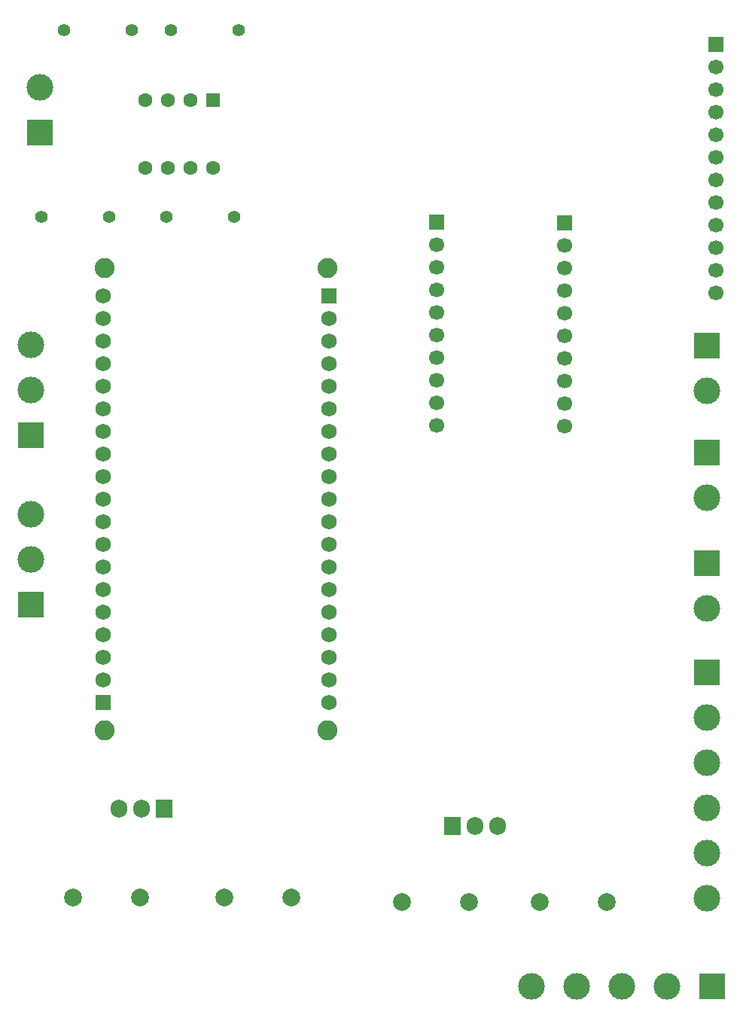
<source format=gbr>
%TF.GenerationSoftware,KiCad,Pcbnew,9.0.3*%
%TF.CreationDate,2025-08-08T14:41:56-05:00*%
%TF.ProjectId,baquelita,62617175-656c-4697-9461-2e6b69636164,rev?*%
%TF.SameCoordinates,Original*%
%TF.FileFunction,Soldermask,Bot*%
%TF.FilePolarity,Negative*%
%FSLAX46Y46*%
G04 Gerber Fmt 4.6, Leading zero omitted, Abs format (unit mm)*
G04 Created by KiCad (PCBNEW 9.0.3) date 2025-08-08 14:41:56*
%MOMM*%
%LPD*%
G01*
G04 APERTURE LIST*
G04 Aperture macros list*
%AMRoundRect*
0 Rectangle with rounded corners*
0 $1 Rounding radius*
0 $2 $3 $4 $5 $6 $7 $8 $9 X,Y pos of 4 corners*
0 Add a 4 corners polygon primitive as box body*
4,1,4,$2,$3,$4,$5,$6,$7,$8,$9,$2,$3,0*
0 Add four circle primitives for the rounded corners*
1,1,$1+$1,$2,$3*
1,1,$1+$1,$4,$5*
1,1,$1+$1,$6,$7*
1,1,$1+$1,$8,$9*
0 Add four rect primitives between the rounded corners*
20,1,$1+$1,$2,$3,$4,$5,0*
20,1,$1+$1,$4,$5,$6,$7,0*
20,1,$1+$1,$6,$7,$8,$9,0*
20,1,$1+$1,$8,$9,$2,$3,0*%
G04 Aperture macros list end*
%ADD10C,3.000000*%
%ADD11R,3.000000X3.000000*%
%ADD12C,1.700000*%
%ADD13R,1.700000X1.700000*%
%ADD14O,1.905000X2.000000*%
%ADD15R,1.905000X2.000000*%
%ADD16C,2.000000*%
%ADD17C,1.400000*%
%ADD18RoundRect,0.250000X-0.550000X0.550000X-0.550000X-0.550000X0.550000X-0.550000X0.550000X0.550000X0*%
%ADD19C,1.600000*%
%ADD20C,2.250000*%
%ADD21RoundRect,0.102000X-0.765000X-0.765000X0.765000X-0.765000X0.765000X0.765000X-0.765000X0.765000X0*%
%ADD22C,1.734000*%
G04 APERTURE END LIST*
D10*
%TO.C,J10*%
X93260000Y-152000000D03*
X98340000Y-152000000D03*
X103420000Y-152000000D03*
X108500000Y-152000000D03*
D11*
X113580000Y-152000000D03*
%TD*%
D12*
%TO.C,J2*%
X82650000Y-88960000D03*
X82650000Y-86420000D03*
X82650000Y-83880000D03*
X82650000Y-81340000D03*
X82650000Y-78800000D03*
X82650000Y-76260000D03*
X82650000Y-73720000D03*
X82650000Y-71180000D03*
X82650000Y-68640000D03*
D13*
X82650000Y-66100000D03*
%TD*%
D12*
%TO.C,J3*%
X97000000Y-89000000D03*
X97000000Y-86460000D03*
X97000000Y-83920000D03*
X97000000Y-81380000D03*
X97000000Y-78840000D03*
X97000000Y-76300000D03*
X97000000Y-73760000D03*
X97000000Y-71220000D03*
X97000000Y-68680000D03*
D13*
X97000000Y-66140000D03*
%TD*%
D12*
%TO.C,J7*%
X114000000Y-74040000D03*
X114000000Y-71500000D03*
X114000000Y-68960000D03*
X114000000Y-66420000D03*
X114000000Y-63880000D03*
X114000000Y-61340000D03*
X114000000Y-58800000D03*
X114000000Y-56260000D03*
X114000000Y-53720000D03*
X114000000Y-51180000D03*
X114000000Y-48640000D03*
D13*
X114000000Y-46100000D03*
%TD*%
D10*
%TO.C,J11*%
X113000000Y-142080000D03*
X113000000Y-137000000D03*
X113000000Y-131920000D03*
X113000000Y-126840000D03*
X113000000Y-121760000D03*
D11*
X113000000Y-116680000D03*
%TD*%
D14*
%TO.C,U2*%
X89500000Y-134000000D03*
X86960000Y-134000000D03*
D15*
X84420000Y-134000000D03*
%TD*%
%TO.C,U3*%
X52000000Y-132000000D03*
D14*
X49460000Y-132000000D03*
X46920000Y-132000000D03*
%TD*%
D16*
%TO.C,C3*%
X49250000Y-142000000D03*
X41750000Y-142000000D03*
%TD*%
D17*
%TO.C,R3*%
X59810000Y-65500000D03*
X52190000Y-65500000D03*
%TD*%
D16*
%TO.C,C2*%
X101750000Y-142500000D03*
X94250000Y-142500000D03*
%TD*%
D11*
%TO.C,J6*%
X37000000Y-90000000D03*
D10*
X37000000Y-84920000D03*
X37000000Y-79840000D03*
%TD*%
D11*
%TO.C,J1*%
X113000000Y-79920000D03*
D10*
X113000000Y-85000000D03*
%TD*%
D16*
%TO.C,C4*%
X58750000Y-142000000D03*
X66250000Y-142000000D03*
%TD*%
%TO.C,C1*%
X78750000Y-142500000D03*
X86250000Y-142500000D03*
%TD*%
D17*
%TO.C,R2*%
X40690000Y-44500000D03*
X48310000Y-44500000D03*
%TD*%
D11*
%TO.C,J5*%
X37000000Y-109080000D03*
D10*
X37000000Y-104000000D03*
X37000000Y-98920000D03*
%TD*%
D11*
%TO.C,J4*%
X38000000Y-56000000D03*
D10*
X38000000Y-50920000D03*
%TD*%
D11*
%TO.C,J8*%
X113000000Y-91960000D03*
D10*
X113000000Y-97040000D03*
%TD*%
D17*
%TO.C,R1*%
X52690000Y-44500000D03*
X60310000Y-44500000D03*
%TD*%
D11*
%TO.C,J9*%
X113000000Y-104460000D03*
D10*
X113000000Y-109540000D03*
%TD*%
D18*
%TO.C,U4*%
X57500000Y-52380000D03*
D19*
X54960000Y-52380000D03*
X52420000Y-52380000D03*
X49880000Y-52380000D03*
X49880000Y-60000000D03*
X52420000Y-60000000D03*
X54960000Y-60000000D03*
X57500000Y-60000000D03*
%TD*%
D17*
%TO.C,R4*%
X38190000Y-65500000D03*
X45810000Y-65500000D03*
%TD*%
D20*
%TO.C,U5*%
X45300000Y-71220000D03*
X45300000Y-123220000D03*
X70300000Y-71220000D03*
X70300000Y-123220000D03*
D21*
X70500000Y-74360000D03*
D22*
X70500000Y-76900000D03*
X70500000Y-79440000D03*
X70500000Y-81980000D03*
X70500000Y-84520000D03*
X70500000Y-87060000D03*
X70500000Y-89600000D03*
X70500000Y-92140000D03*
X70500000Y-94680000D03*
X70500000Y-97220000D03*
X70500000Y-99760000D03*
X70500000Y-102300000D03*
X70500000Y-104840000D03*
X70500000Y-107380000D03*
X70500000Y-109920000D03*
X70500000Y-112460000D03*
X70500000Y-115000000D03*
X70500000Y-117540000D03*
X70500000Y-120080000D03*
D21*
X45100000Y-120080000D03*
D22*
X45100000Y-117540000D03*
X45100000Y-115000000D03*
X45100000Y-112460000D03*
X45100000Y-109920000D03*
X45100000Y-107380000D03*
X45100000Y-104840000D03*
X45100000Y-102300000D03*
X45100000Y-99760000D03*
X45100000Y-97220000D03*
X45100000Y-94680000D03*
X45100000Y-92140000D03*
X45100000Y-89600000D03*
X45100000Y-87060000D03*
X45100000Y-84520000D03*
X45100000Y-81980000D03*
X45100000Y-79440000D03*
X45100000Y-76900000D03*
X45100000Y-74360000D03*
%TD*%
M02*

</source>
